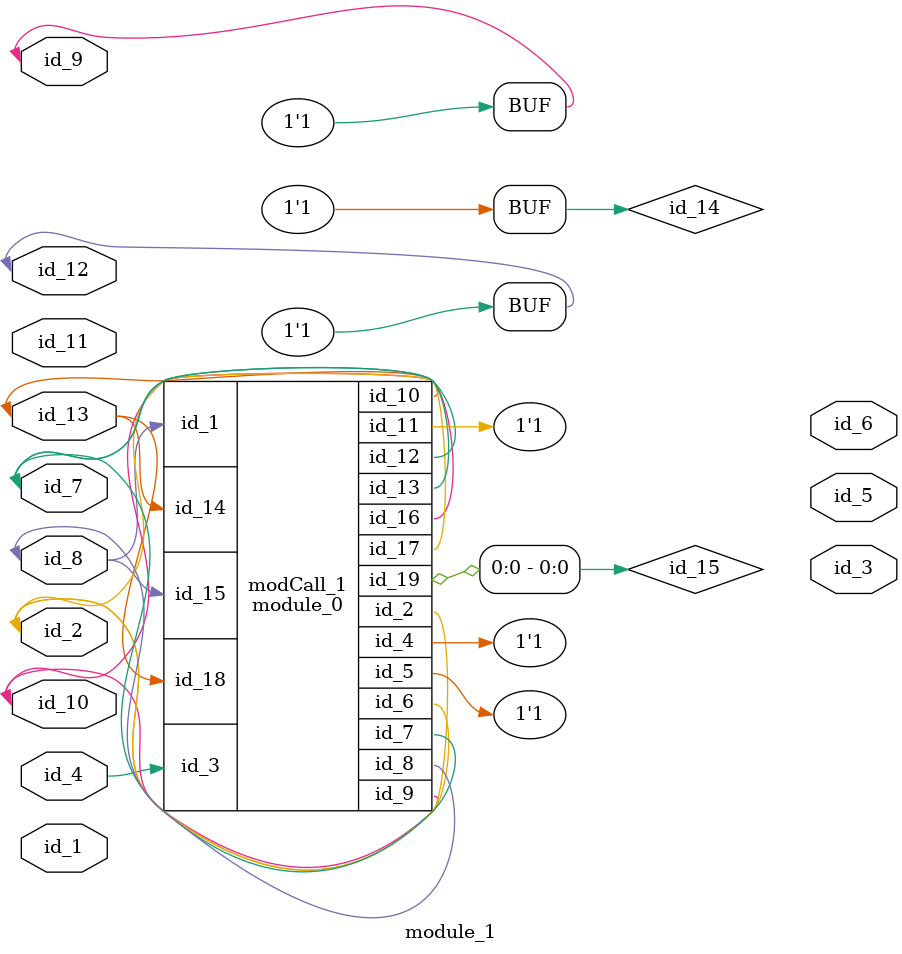
<source format=v>
module module_0 (
    id_1,
    id_2,
    id_3,
    id_4,
    id_5,
    id_6,
    id_7,
    id_8,
    id_9,
    id_10,
    id_11,
    id_12,
    id_13,
    id_14,
    id_15,
    id_16,
    id_17,
    id_18,
    id_19
);
  inout wire id_19;
  input wire id_18;
  output wire id_17;
  inout wire id_16;
  input wire id_15;
  input wire id_14;
  inout wire id_13;
  inout wire id_12;
  output wire id_11;
  output wire id_10;
  inout wire id_9;
  inout wire id_8;
  inout wire id_7;
  inout wire id_6;
  inout wire id_5;
  inout wire id_4;
  input wire id_3;
  inout wire id_2;
  input wire id_1;
  assign id_19 = 1;
endmodule
module module_1 (
    id_1,
    id_2,
    id_3,
    id_4,
    id_5,
    id_6,
    id_7,
    id_8,
    id_9,
    id_10,
    id_11,
    id_12,
    id_13
);
  inout wire id_13;
  input wire id_12;
  input wire id_11;
  inout wire id_10;
  inout wire id_9;
  inout wire id_8;
  inout wire id_7;
  output wire id_6;
  output wire id_5;
  input wire id_4;
  output wire id_3;
  inout wire id_2;
  input wire id_1;
  wire id_14 = id_12;
  assign id_9 = id_12;
  assign id_9 = 1 | 1;
  integer id_15;
  module_0 modCall_1 (
      id_8,
      id_2,
      id_4,
      id_14,
      id_9,
      id_2,
      id_7,
      id_8,
      id_10,
      id_13,
      id_9,
      id_7,
      id_7,
      id_13,
      id_8,
      id_10,
      id_2,
      id_13,
      id_15
  );
  wire id_16;
endmodule

</source>
